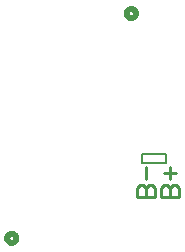
<source format=gbo>
%FSTAX23Y23*%
%MOIN*%
%SFA1B1*%

%IPPOS*%
%ADD10C,0.020000*%
%ADD13C,0.005000*%
%ADD16C,0.010000*%
%LNcoaster-1*%
%LPD*%
G54D10*
X00312Y00202D02*
D01*
X00311Y00203*
X00311Y00204*
X00311Y00205*
X00311Y00206*
X00311Y00207*
X0031Y00208*
X0031Y00209*
X00309Y0021*
X00309Y00211*
X00308Y00212*
X00307Y00213*
X00307Y00213*
X00306Y00214*
X00305Y00215*
X00304Y00215*
X00303Y00216*
X00302Y00216*
X00301Y00216*
X003Y00217*
X00299Y00217*
X00298Y00217*
X00297Y00217*
X00296*
X00295Y00217*
X00294Y00217*
X00293Y00217*
X00292Y00216*
X00291Y00216*
X0029Y00216*
X00289Y00215*
X00288Y00215*
X00287Y00214*
X00286Y00213*
X00286Y00213*
X00285Y00212*
X00284Y00211*
X00284Y0021*
X00283Y00209*
X00283Y00208*
X00282Y00207*
X00282Y00206*
X00282Y00205*
X00282Y00204*
X00282Y00203*
X00282Y00202*
X00282Y00201*
X00282Y002*
X00282Y00199*
X00282Y00198*
X00282Y00197*
X00283Y00196*
X00283Y00195*
X00284Y00194*
X00284Y00193*
X00285Y00192*
X00286Y00192*
X00286Y00191*
X00287Y0019*
X00288Y0019*
X00289Y00189*
X0029Y00189*
X00291Y00188*
X00292Y00188*
X00293Y00188*
X00294Y00187*
X00295Y00187*
X00296Y00187*
X00297*
X00298Y00187*
X00299Y00187*
X003Y00188*
X00301Y00188*
X00302Y00188*
X00303Y00189*
X00304Y00189*
X00305Y0019*
X00306Y0019*
X00307Y00191*
X00307Y00192*
X00308Y00192*
X00309Y00193*
X00309Y00194*
X0031Y00195*
X0031Y00196*
X00311Y00197*
X00311Y00198*
X00311Y00199*
X00311Y002*
X00311Y00201*
X00312Y00202*
X0071Y00952D02*
D01*
X0071Y00953*
X0071Y00954*
X0071Y00955*
X00709Y00956*
X00709Y00957*
X00709Y00958*
X00708Y00959*
X00708Y0096*
X00707Y00961*
X00707Y00962*
X00706Y00962*
X00705Y00963*
X00704Y00964*
X00703Y00964*
X00703Y00965*
X00702Y00965*
X00701Y00966*
X007Y00966*
X00699Y00966*
X00698Y00967*
X00697Y00967*
X00696Y00967*
X00695*
X00693Y00967*
X00692Y00967*
X00691Y00966*
X0069Y00966*
X00689Y00966*
X00688Y00965*
X00688Y00965*
X00687Y00964*
X00686Y00964*
X00685Y00963*
X00684Y00962*
X00684Y00962*
X00683Y00961*
X00682Y0096*
X00682Y00959*
X00681Y00958*
X00681Y00957*
X00681Y00956*
X0068Y00955*
X0068Y00954*
X0068Y00953*
X0068Y00952*
X0068Y00951*
X0068Y0095*
X0068Y00949*
X00681Y00948*
X00681Y00947*
X00681Y00946*
X00682Y00945*
X00682Y00944*
X00683Y00943*
X00684Y00942*
X00684Y00941*
X00685Y00941*
X00686Y0094*
X00687Y00939*
X00688Y00939*
X00688Y00938*
X00689Y00938*
X0069Y00938*
X00691Y00937*
X00692Y00937*
X00693Y00937*
X00695Y00937*
X00696*
X00697Y00937*
X00698Y00937*
X00699Y00937*
X007Y00938*
X00701Y00938*
X00702Y00938*
X00703Y00939*
X00703Y00939*
X00704Y0094*
X00705Y00941*
X00706Y00941*
X00707Y00942*
X00707Y00943*
X00708Y00944*
X00708Y00945*
X00709Y00946*
X00709Y00947*
X00709Y00948*
X0071Y00949*
X0071Y0095*
X0071Y00951*
X0071Y00952*
G54D13*
X0081Y00455D02*
Y00485D01*
X0073D02*
X0081D01*
X0073Y00455D02*
Y00485D01*
Y00455D02*
X0081D01*
G54D16*
X00715Y0034D02*
X00775D01*
Y00369*
X00765Y00379*
X00755*
X00745Y00369*
Y0034*
Y00369*
X00735Y00379*
X00725*
X00715Y00369*
Y0034*
X00745Y00399D02*
Y00439D01*
X00795Y0034D02*
X00855D01*
Y00369*
X00845Y00379*
X00835*
X00825Y00369*
Y0034*
Y00369*
X00815Y00379*
X00805*
X00795Y00369*
Y0034*
X00825Y00399D02*
Y00439D01*
X00805Y00419D02*
X00845D01*
M02*
</source>
